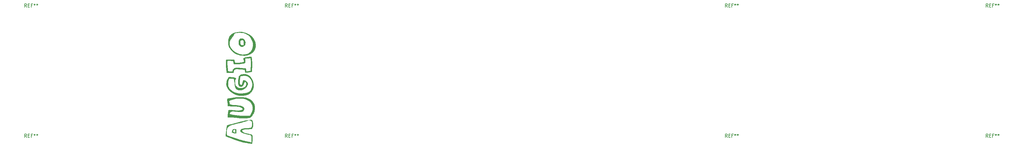
<source format=gbr>
G04 #@! TF.GenerationSoftware,KiCad,Pcbnew,(5.1.4)-1*
G04 #@! TF.CreationDate,2020-05-01T00:58:15-05:00*
G04 #@! TF.ProjectId,augioS_switchplate,61756769-6f53-45f7-9377-69746368706c,rev?*
G04 #@! TF.SameCoordinates,Original*
G04 #@! TF.FileFunction,Legend,Top*
G04 #@! TF.FilePolarity,Positive*
%FSLAX46Y46*%
G04 Gerber Fmt 4.6, Leading zero omitted, Abs format (unit mm)*
G04 Created by KiCad (PCBNEW (5.1.4)-1) date 2020-05-01 00:58:15*
%MOMM*%
%LPD*%
G04 APERTURE LIST*
%ADD10C,0.010000*%
%ADD11C,0.150000*%
G04 APERTURE END LIST*
D10*
G36*
X82826657Y-96736466D02*
G01*
X82951340Y-96373216D01*
X83134833Y-96092517D01*
X83276685Y-96014971D01*
X83494002Y-95981182D01*
X83742159Y-95993581D01*
X83958741Y-96047645D01*
X84227408Y-96208748D01*
X84460064Y-96459059D01*
X84623539Y-96760821D01*
X84647240Y-96831419D01*
X84713546Y-97090446D01*
X84729947Y-97295599D01*
X84696150Y-97509910D01*
X84643217Y-97696694D01*
X84487641Y-98017182D01*
X84257862Y-98241718D01*
X83970884Y-98362726D01*
X83823212Y-98367196D01*
X83823212Y-97948750D01*
X84224703Y-97948750D01*
X84253436Y-97742375D01*
X84279377Y-97428673D01*
X84274907Y-97116766D01*
X84243240Y-96840770D01*
X84187590Y-96634800D01*
X84141721Y-96556415D01*
X83967844Y-96451590D01*
X83737702Y-96430360D01*
X83493273Y-96495832D01*
X83470750Y-96506717D01*
X83311289Y-96653874D01*
X83216463Y-96884340D01*
X83189541Y-97170234D01*
X83233795Y-97483674D01*
X83325805Y-97742375D01*
X83384688Y-97854715D01*
X83453014Y-97916465D01*
X83567223Y-97942745D01*
X83763757Y-97948675D01*
X83823212Y-97948750D01*
X83823212Y-98367196D01*
X83643713Y-98372630D01*
X83331175Y-98281275D01*
X83114875Y-98156563D01*
X82969033Y-97985325D01*
X82908657Y-97872934D01*
X82800358Y-97525345D01*
X82774677Y-97133516D01*
X82826657Y-96736466D01*
X82826657Y-96736466D01*
G37*
X82826657Y-96736466D02*
X82951340Y-96373216D01*
X83134833Y-96092517D01*
X83276685Y-96014971D01*
X83494002Y-95981182D01*
X83742159Y-95993581D01*
X83958741Y-96047645D01*
X84227408Y-96208748D01*
X84460064Y-96459059D01*
X84623539Y-96760821D01*
X84647240Y-96831419D01*
X84713546Y-97090446D01*
X84729947Y-97295599D01*
X84696150Y-97509910D01*
X84643217Y-97696694D01*
X84487641Y-98017182D01*
X84257862Y-98241718D01*
X83970884Y-98362726D01*
X83823212Y-98367196D01*
X83823212Y-97948750D01*
X84224703Y-97948750D01*
X84253436Y-97742375D01*
X84279377Y-97428673D01*
X84274907Y-97116766D01*
X84243240Y-96840770D01*
X84187590Y-96634800D01*
X84141721Y-96556415D01*
X83967844Y-96451590D01*
X83737702Y-96430360D01*
X83493273Y-96495832D01*
X83470750Y-96506717D01*
X83311289Y-96653874D01*
X83216463Y-96884340D01*
X83189541Y-97170234D01*
X83233795Y-97483674D01*
X83325805Y-97742375D01*
X83384688Y-97854715D01*
X83453014Y-97916465D01*
X83567223Y-97942745D01*
X83763757Y-97948675D01*
X83823212Y-97948750D01*
X83823212Y-98367196D01*
X83643713Y-98372630D01*
X83331175Y-98281275D01*
X83114875Y-98156563D01*
X82969033Y-97985325D01*
X82908657Y-97872934D01*
X82800358Y-97525345D01*
X82774677Y-97133516D01*
X82826657Y-96736466D01*
G36*
X80823226Y-123299854D02*
G01*
X80873971Y-123113643D01*
X80935936Y-122918485D01*
X81014722Y-122703164D01*
X81083511Y-122579920D01*
X81165992Y-122518379D01*
X81269311Y-122491038D01*
X81457055Y-122487071D01*
X81683850Y-122520652D01*
X81756250Y-122539375D01*
X82042000Y-122623734D01*
X82060285Y-123135217D01*
X82063619Y-123418211D01*
X82047232Y-123598721D01*
X82008218Y-123700143D01*
X81987381Y-123722380D01*
X81882432Y-123746637D01*
X81739719Y-123736276D01*
X81739719Y-123526437D01*
X81800109Y-123456911D01*
X81818580Y-123287781D01*
X81819750Y-123159714D01*
X81812990Y-122938366D01*
X81784571Y-122804967D01*
X81722283Y-122720820D01*
X81668799Y-122681272D01*
X81484726Y-122625906D01*
X81305606Y-122679584D01*
X81165836Y-122827809D01*
X81129223Y-122908673D01*
X81089950Y-123119731D01*
X81151493Y-123275234D01*
X81325310Y-123397584D01*
X81395215Y-123428769D01*
X81612919Y-123511882D01*
X81739719Y-123526437D01*
X81739719Y-123736276D01*
X81700516Y-123733429D01*
X81474996Y-123691583D01*
X81239238Y-123629924D01*
X81026605Y-123557276D01*
X80870461Y-123482466D01*
X80804172Y-123414319D01*
X80803750Y-123409286D01*
X80823226Y-123299854D01*
X80823226Y-123299854D01*
G37*
X80823226Y-123299854D02*
X80873971Y-123113643D01*
X80935936Y-122918485D01*
X81014722Y-122703164D01*
X81083511Y-122579920D01*
X81165992Y-122518379D01*
X81269311Y-122491038D01*
X81457055Y-122487071D01*
X81683850Y-122520652D01*
X81756250Y-122539375D01*
X82042000Y-122623734D01*
X82060285Y-123135217D01*
X82063619Y-123418211D01*
X82047232Y-123598721D01*
X82008218Y-123700143D01*
X81987381Y-123722380D01*
X81882432Y-123746637D01*
X81739719Y-123736276D01*
X81739719Y-123526437D01*
X81800109Y-123456911D01*
X81818580Y-123287781D01*
X81819750Y-123159714D01*
X81812990Y-122938366D01*
X81784571Y-122804967D01*
X81722283Y-122720820D01*
X81668799Y-122681272D01*
X81484726Y-122625906D01*
X81305606Y-122679584D01*
X81165836Y-122827809D01*
X81129223Y-122908673D01*
X81089950Y-123119731D01*
X81151493Y-123275234D01*
X81325310Y-123397584D01*
X81395215Y-123428769D01*
X81612919Y-123511882D01*
X81739719Y-123526437D01*
X81739719Y-123736276D01*
X81700516Y-123733429D01*
X81474996Y-123691583D01*
X81239238Y-123629924D01*
X81026605Y-123557276D01*
X80870461Y-123482466D01*
X80804172Y-123414319D01*
X80803750Y-123409286D01*
X80823226Y-123299854D01*
G36*
X79080701Y-102935989D02*
G01*
X79099559Y-102615071D01*
X79117615Y-102473125D01*
X79163913Y-102203250D01*
X80297583Y-102203250D01*
X80664593Y-102206381D01*
X80986088Y-102215072D01*
X81241125Y-102228276D01*
X81408756Y-102244944D01*
X81467464Y-102261839D01*
X81499091Y-102353698D01*
X81540728Y-102525275D01*
X81566634Y-102652416D01*
X81614967Y-102874998D01*
X81675816Y-103019939D01*
X81774833Y-103103858D01*
X81937672Y-103143374D01*
X82189983Y-103155107D01*
X82343534Y-103155750D01*
X82638108Y-103145684D01*
X82977919Y-103118333D01*
X83332142Y-103077968D01*
X83669955Y-103028859D01*
X83960534Y-102975278D01*
X84173054Y-102921496D01*
X84248625Y-102891779D01*
X84340102Y-102775542D01*
X84347913Y-102565455D01*
X84272062Y-102260726D01*
X84253493Y-102206875D01*
X84198384Y-102013989D01*
X84177803Y-101860118D01*
X84183933Y-101812076D01*
X84260949Y-101741910D01*
X84421300Y-101660932D01*
X84568934Y-101606892D01*
X84757625Y-101558888D01*
X85013775Y-101508996D01*
X85310430Y-101460653D01*
X85620638Y-101417292D01*
X85917447Y-101382350D01*
X86173905Y-101359261D01*
X86363059Y-101351461D01*
X86457957Y-101362386D01*
X86462174Y-101365590D01*
X86516068Y-101490077D01*
X86564077Y-101722661D01*
X86605246Y-102044539D01*
X86638621Y-102436902D01*
X86663245Y-102880946D01*
X86678164Y-103357865D01*
X86682423Y-103848852D01*
X86675067Y-104335102D01*
X86655139Y-104797808D01*
X86644573Y-104956785D01*
X86620863Y-105252045D01*
X86597423Y-105497677D01*
X86576971Y-105667900D01*
X86562332Y-105736835D01*
X86480199Y-105764393D01*
X86297152Y-105798496D01*
X86038882Y-105835632D01*
X85731076Y-105872286D01*
X85399423Y-105904945D01*
X85232875Y-105918664D01*
X84677250Y-105961151D01*
X84677250Y-105781493D01*
X84652547Y-105607759D01*
X84591066Y-105397184D01*
X84569205Y-105340608D01*
X84461160Y-105079380D01*
X83473104Y-104997446D01*
X82893933Y-104956457D01*
X82427729Y-104941113D01*
X82062622Y-104953729D01*
X81786742Y-104996619D01*
X81588217Y-105072097D01*
X81455176Y-105182479D01*
X81375749Y-105330080D01*
X81354049Y-105410628D01*
X81306938Y-105629714D01*
X81261253Y-105832793D01*
X81256172Y-105854500D01*
X81211246Y-106045000D01*
X80343002Y-106023682D01*
X80343002Y-105681619D01*
X80613975Y-105671495D01*
X80672066Y-105664645D01*
X80858789Y-105633618D01*
X80956894Y-105586150D01*
X81003796Y-105490183D01*
X81029323Y-105358579D01*
X81136927Y-105076878D01*
X81341677Y-104834617D01*
X81613989Y-104662958D01*
X81727479Y-104623150D01*
X81933615Y-104580042D01*
X82174733Y-104559677D01*
X82472432Y-104562374D01*
X82848313Y-104588454D01*
X83323975Y-104638234D01*
X83407250Y-104648000D01*
X83747216Y-104685191D01*
X84074940Y-104715550D01*
X84351635Y-104735802D01*
X84529320Y-104742699D01*
X84857641Y-104743250D01*
X84901651Y-105154205D01*
X84942840Y-105431572D01*
X85006997Y-105597854D01*
X85113656Y-105668919D01*
X85282351Y-105660636D01*
X85464043Y-105611045D01*
X85701017Y-105549602D01*
X85929171Y-105511436D01*
X86024306Y-105505250D01*
X86248950Y-105505250D01*
X86314089Y-104632125D01*
X86341358Y-104172717D01*
X86356974Y-103700260D01*
X86361342Y-103237220D01*
X86354864Y-102806063D01*
X86337942Y-102429253D01*
X86310979Y-102129257D01*
X86274379Y-101928539D01*
X86265105Y-101900019D01*
X86203788Y-101764664D01*
X86126390Y-101717152D01*
X85982624Y-101730695D01*
X85956352Y-101735560D01*
X85778890Y-101757488D01*
X85525769Y-101774896D01*
X85248323Y-101784364D01*
X85217000Y-101784792D01*
X84709000Y-101790500D01*
X84705838Y-102362000D01*
X84703060Y-102629371D01*
X84698338Y-102855588D01*
X84692511Y-103005109D01*
X84689963Y-103036258D01*
X84619032Y-103118764D01*
X84437952Y-103198892D01*
X84163572Y-103273843D01*
X83812743Y-103340817D01*
X83402315Y-103397017D01*
X82949137Y-103439643D01*
X82470060Y-103465897D01*
X82058940Y-103473250D01*
X81404124Y-103473250D01*
X81321916Y-103171625D01*
X81270301Y-102963214D01*
X81235061Y-102785821D01*
X81228103Y-102732703D01*
X81212602Y-102667616D01*
X81166702Y-102618342D01*
X81072452Y-102580700D01*
X80911900Y-102550508D01*
X80667091Y-102523587D01*
X80320075Y-102495756D01*
X80161603Y-102484350D01*
X79824176Y-102467809D01*
X79608620Y-102474811D01*
X79511984Y-102505470D01*
X79508991Y-102509438D01*
X79468621Y-102641440D01*
X79440326Y-102864844D01*
X79425019Y-103144543D01*
X79423608Y-103445432D01*
X79437006Y-103732402D01*
X79466122Y-103970349D01*
X79470508Y-103992926D01*
X79510758Y-104255328D01*
X79541945Y-104580718D01*
X79558166Y-104905123D01*
X79558971Y-104951949D01*
X79568800Y-105249010D01*
X79592049Y-105439269D01*
X79631895Y-105542510D01*
X79657713Y-105566881D01*
X79819894Y-105624978D01*
X80063316Y-105664668D01*
X80343002Y-105681619D01*
X80343002Y-106023682D01*
X80261373Y-106021677D01*
X79928632Y-106012540D01*
X79644354Y-106002895D01*
X79431066Y-105993653D01*
X79311298Y-105985722D01*
X79293609Y-105982620D01*
X79279785Y-105917334D01*
X79254689Y-105749946D01*
X79221676Y-105504509D01*
X79184101Y-105205075D01*
X79177280Y-105148693D01*
X79134686Y-104722409D01*
X79103080Y-104258795D01*
X79083113Y-103787052D01*
X79075436Y-103336383D01*
X79080701Y-102935989D01*
X79080701Y-102935989D01*
G37*
X79080701Y-102935989D02*
X79099559Y-102615071D01*
X79117615Y-102473125D01*
X79163913Y-102203250D01*
X80297583Y-102203250D01*
X80664593Y-102206381D01*
X80986088Y-102215072D01*
X81241125Y-102228276D01*
X81408756Y-102244944D01*
X81467464Y-102261839D01*
X81499091Y-102353698D01*
X81540728Y-102525275D01*
X81566634Y-102652416D01*
X81614967Y-102874998D01*
X81675816Y-103019939D01*
X81774833Y-103103858D01*
X81937672Y-103143374D01*
X82189983Y-103155107D01*
X82343534Y-103155750D01*
X82638108Y-103145684D01*
X82977919Y-103118333D01*
X83332142Y-103077968D01*
X83669955Y-103028859D01*
X83960534Y-102975278D01*
X84173054Y-102921496D01*
X84248625Y-102891779D01*
X84340102Y-102775542D01*
X84347913Y-102565455D01*
X84272062Y-102260726D01*
X84253493Y-102206875D01*
X84198384Y-102013989D01*
X84177803Y-101860118D01*
X84183933Y-101812076D01*
X84260949Y-101741910D01*
X84421300Y-101660932D01*
X84568934Y-101606892D01*
X84757625Y-101558888D01*
X85013775Y-101508996D01*
X85310430Y-101460653D01*
X85620638Y-101417292D01*
X85917447Y-101382350D01*
X86173905Y-101359261D01*
X86363059Y-101351461D01*
X86457957Y-101362386D01*
X86462174Y-101365590D01*
X86516068Y-101490077D01*
X86564077Y-101722661D01*
X86605246Y-102044539D01*
X86638621Y-102436902D01*
X86663245Y-102880946D01*
X86678164Y-103357865D01*
X86682423Y-103848852D01*
X86675067Y-104335102D01*
X86655139Y-104797808D01*
X86644573Y-104956785D01*
X86620863Y-105252045D01*
X86597423Y-105497677D01*
X86576971Y-105667900D01*
X86562332Y-105736835D01*
X86480199Y-105764393D01*
X86297152Y-105798496D01*
X86038882Y-105835632D01*
X85731076Y-105872286D01*
X85399423Y-105904945D01*
X85232875Y-105918664D01*
X84677250Y-105961151D01*
X84677250Y-105781493D01*
X84652547Y-105607759D01*
X84591066Y-105397184D01*
X84569205Y-105340608D01*
X84461160Y-105079380D01*
X83473104Y-104997446D01*
X82893933Y-104956457D01*
X82427729Y-104941113D01*
X82062622Y-104953729D01*
X81786742Y-104996619D01*
X81588217Y-105072097D01*
X81455176Y-105182479D01*
X81375749Y-105330080D01*
X81354049Y-105410628D01*
X81306938Y-105629714D01*
X81261253Y-105832793D01*
X81256172Y-105854500D01*
X81211246Y-106045000D01*
X80343002Y-106023682D01*
X80343002Y-105681619D01*
X80613975Y-105671495D01*
X80672066Y-105664645D01*
X80858789Y-105633618D01*
X80956894Y-105586150D01*
X81003796Y-105490183D01*
X81029323Y-105358579D01*
X81136927Y-105076878D01*
X81341677Y-104834617D01*
X81613989Y-104662958D01*
X81727479Y-104623150D01*
X81933615Y-104580042D01*
X82174733Y-104559677D01*
X82472432Y-104562374D01*
X82848313Y-104588454D01*
X83323975Y-104638234D01*
X83407250Y-104648000D01*
X83747216Y-104685191D01*
X84074940Y-104715550D01*
X84351635Y-104735802D01*
X84529320Y-104742699D01*
X84857641Y-104743250D01*
X84901651Y-105154205D01*
X84942840Y-105431572D01*
X85006997Y-105597854D01*
X85113656Y-105668919D01*
X85282351Y-105660636D01*
X85464043Y-105611045D01*
X85701017Y-105549602D01*
X85929171Y-105511436D01*
X86024306Y-105505250D01*
X86248950Y-105505250D01*
X86314089Y-104632125D01*
X86341358Y-104172717D01*
X86356974Y-103700260D01*
X86361342Y-103237220D01*
X86354864Y-102806063D01*
X86337942Y-102429253D01*
X86310979Y-102129257D01*
X86274379Y-101928539D01*
X86265105Y-101900019D01*
X86203788Y-101764664D01*
X86126390Y-101717152D01*
X85982624Y-101730695D01*
X85956352Y-101735560D01*
X85778890Y-101757488D01*
X85525769Y-101774896D01*
X85248323Y-101784364D01*
X85217000Y-101784792D01*
X84709000Y-101790500D01*
X84705838Y-102362000D01*
X84703060Y-102629371D01*
X84698338Y-102855588D01*
X84692511Y-103005109D01*
X84689963Y-103036258D01*
X84619032Y-103118764D01*
X84437952Y-103198892D01*
X84163572Y-103273843D01*
X83812743Y-103340817D01*
X83402315Y-103397017D01*
X82949137Y-103439643D01*
X82470060Y-103465897D01*
X82058940Y-103473250D01*
X81404124Y-103473250D01*
X81321916Y-103171625D01*
X81270301Y-102963214D01*
X81235061Y-102785821D01*
X81228103Y-102732703D01*
X81212602Y-102667616D01*
X81166702Y-102618342D01*
X81072452Y-102580700D01*
X80911900Y-102550508D01*
X80667091Y-102523587D01*
X80320075Y-102495756D01*
X80161603Y-102484350D01*
X79824176Y-102467809D01*
X79608620Y-102474811D01*
X79511984Y-102505470D01*
X79508991Y-102509438D01*
X79468621Y-102641440D01*
X79440326Y-102864844D01*
X79425019Y-103144543D01*
X79423608Y-103445432D01*
X79437006Y-103732402D01*
X79466122Y-103970349D01*
X79470508Y-103992926D01*
X79510758Y-104255328D01*
X79541945Y-104580718D01*
X79558166Y-104905123D01*
X79558971Y-104951949D01*
X79568800Y-105249010D01*
X79592049Y-105439269D01*
X79631895Y-105542510D01*
X79657713Y-105566881D01*
X79819894Y-105624978D01*
X80063316Y-105664668D01*
X80343002Y-105681619D01*
X80343002Y-106023682D01*
X80261373Y-106021677D01*
X79928632Y-106012540D01*
X79644354Y-106002895D01*
X79431066Y-105993653D01*
X79311298Y-105985722D01*
X79293609Y-105982620D01*
X79279785Y-105917334D01*
X79254689Y-105749946D01*
X79221676Y-105504509D01*
X79184101Y-105205075D01*
X79177280Y-105148693D01*
X79134686Y-104722409D01*
X79103080Y-104258795D01*
X79083113Y-103787052D01*
X79075436Y-103336383D01*
X79080701Y-102935989D01*
G36*
X79029047Y-124075447D02*
G01*
X79054866Y-123753201D01*
X79090306Y-123391685D01*
X79133135Y-123012491D01*
X79181120Y-122637209D01*
X79232029Y-122287433D01*
X79283629Y-121984754D01*
X79318840Y-121813010D01*
X79374314Y-121586737D01*
X79425195Y-121454615D01*
X79490951Y-121386091D01*
X79591053Y-121350617D01*
X79617274Y-121344720D01*
X79728673Y-121317232D01*
X79945341Y-121260802D01*
X80250055Y-121180025D01*
X80625594Y-121079498D01*
X81054736Y-120963817D01*
X81520256Y-120837580D01*
X81661000Y-120799272D01*
X82283884Y-120632524D01*
X82891374Y-120475444D01*
X83469033Y-120331371D01*
X84002426Y-120203647D01*
X84477118Y-120095613D01*
X84878673Y-120010609D01*
X85192656Y-119951977D01*
X85404632Y-119923057D01*
X85457895Y-119920558D01*
X85492572Y-119936333D01*
X85420310Y-119979323D01*
X85257048Y-120044644D01*
X85018722Y-120127408D01*
X84721271Y-120222729D01*
X84380631Y-120325721D01*
X84012740Y-120431499D01*
X83633537Y-120535175D01*
X83258957Y-120631865D01*
X82904939Y-120716681D01*
X82746158Y-120751920D01*
X82065639Y-120903417D01*
X81497284Y-121042628D01*
X81027475Y-121174802D01*
X80642590Y-121305189D01*
X80329012Y-121439037D01*
X80073120Y-121581595D01*
X79861296Y-121738112D01*
X79679919Y-121913837D01*
X79652824Y-121944075D01*
X79453557Y-122215673D01*
X79320093Y-122515143D01*
X79245875Y-122868223D01*
X79224346Y-123300649D01*
X79233093Y-123591631D01*
X79260314Y-123954252D01*
X79298701Y-124202570D01*
X79347307Y-124330694D01*
X79352648Y-124336624D01*
X79444865Y-124387270D01*
X79643180Y-124468903D01*
X79931926Y-124576431D01*
X80295433Y-124704761D01*
X80718033Y-124848803D01*
X81184059Y-125003463D01*
X81677840Y-125163649D01*
X82183709Y-125324270D01*
X82685997Y-125480232D01*
X83169035Y-125626444D01*
X83617156Y-125757814D01*
X84014690Y-125869249D01*
X84296250Y-125943267D01*
X84839016Y-126076662D01*
X85325202Y-126189687D01*
X85742813Y-126279944D01*
X86079853Y-126345035D01*
X86324327Y-126382563D01*
X86464241Y-126390128D01*
X86491109Y-126382058D01*
X86508982Y-126303258D01*
X86522126Y-126126693D01*
X86530426Y-125881514D01*
X86533768Y-125596872D01*
X86532038Y-125301918D01*
X86525122Y-125025804D01*
X86512907Y-124797680D01*
X86497840Y-124660708D01*
X86455953Y-124469543D01*
X86388741Y-124356271D01*
X86258677Y-124272374D01*
X86163632Y-124228613D01*
X85994191Y-124168015D01*
X85733903Y-124092091D01*
X85416537Y-124010007D01*
X85075861Y-123930931D01*
X85032161Y-123921466D01*
X84513469Y-123800820D01*
X84105063Y-123683424D01*
X83790584Y-123562986D01*
X83553677Y-123433215D01*
X83377985Y-123287820D01*
X83374000Y-123283686D01*
X83263960Y-123154718D01*
X83234298Y-123054669D01*
X83270408Y-122928156D01*
X83276391Y-122913566D01*
X83369423Y-122728888D01*
X83488043Y-122585204D01*
X83648931Y-122476635D01*
X83868764Y-122397302D01*
X84164224Y-122341323D01*
X84551989Y-122302820D01*
X85048739Y-122275913D01*
X85090000Y-122274232D01*
X85552736Y-122252984D01*
X85905222Y-122227187D01*
X86164202Y-122190884D01*
X86346416Y-122138122D01*
X86468608Y-122062945D01*
X86547519Y-121959398D01*
X86599894Y-121821525D01*
X86623481Y-121728787D01*
X86675898Y-121412312D01*
X86699037Y-121068299D01*
X86692982Y-120738390D01*
X86657817Y-120464227D01*
X86620707Y-120338760D01*
X86474852Y-120107272D01*
X86260836Y-119968928D01*
X85960939Y-119912959D01*
X85917245Y-119911237D01*
X85765957Y-119905861D01*
X85712480Y-119897815D01*
X85764782Y-119883418D01*
X85930832Y-119858990D01*
X86070820Y-119840303D01*
X86314395Y-119810757D01*
X86465683Y-119804510D01*
X86557991Y-119826008D01*
X86624624Y-119879697D01*
X86657609Y-119918627D01*
X86781180Y-120142058D01*
X86876911Y-120451956D01*
X86938777Y-120809676D01*
X86960756Y-121176574D01*
X86936824Y-121514004D01*
X86920063Y-121602500D01*
X86837861Y-121905270D01*
X86741795Y-122158746D01*
X86643898Y-122334849D01*
X86579236Y-122397863D01*
X86478969Y-122421352D01*
X86274828Y-122446906D01*
X85989869Y-122472416D01*
X85647147Y-122495773D01*
X85328595Y-122512314D01*
X84895491Y-122533938D01*
X84568555Y-122556488D01*
X84326969Y-122582582D01*
X84149913Y-122614840D01*
X84016565Y-122655882D01*
X83948638Y-122685931D01*
X83791546Y-122775863D01*
X83692730Y-122855404D01*
X83679137Y-122876839D01*
X83700577Y-122992061D01*
X83798296Y-123149831D01*
X83945945Y-123317890D01*
X84117172Y-123463978D01*
X84203457Y-123518736D01*
X84386700Y-123596321D01*
X84646010Y-123677557D01*
X84931846Y-123747344D01*
X84994750Y-123759924D01*
X85481815Y-123856244D01*
X85859648Y-123939643D01*
X86144781Y-124014893D01*
X86353741Y-124086767D01*
X86503061Y-124160039D01*
X86586845Y-124219612D01*
X86772750Y-124376040D01*
X86772750Y-125256270D01*
X86767851Y-125609226D01*
X86754461Y-125945346D01*
X86734537Y-126229694D01*
X86710034Y-126427338D01*
X86706009Y-126447700D01*
X86658218Y-126633802D01*
X86606119Y-126722631D01*
X86529441Y-126742906D01*
X86499634Y-126740053D01*
X86376820Y-126724396D01*
X86164279Y-126698173D01*
X85898390Y-126665854D01*
X85756750Y-126648797D01*
X85031218Y-126539411D01*
X84259267Y-126378538D01*
X83428768Y-126162751D01*
X82527588Y-125888621D01*
X81543598Y-125552720D01*
X80481281Y-125158009D01*
X80084057Y-125004937D01*
X79726639Y-124866412D01*
X79426023Y-124749085D01*
X79199201Y-124659606D01*
X79063170Y-124604628D01*
X79031642Y-124590642D01*
X79015202Y-124515759D01*
X79015081Y-124336830D01*
X79029047Y-124075447D01*
X79029047Y-124075447D01*
G37*
X79029047Y-124075447D02*
X79054866Y-123753201D01*
X79090306Y-123391685D01*
X79133135Y-123012491D01*
X79181120Y-122637209D01*
X79232029Y-122287433D01*
X79283629Y-121984754D01*
X79318840Y-121813010D01*
X79374314Y-121586737D01*
X79425195Y-121454615D01*
X79490951Y-121386091D01*
X79591053Y-121350617D01*
X79617274Y-121344720D01*
X79728673Y-121317232D01*
X79945341Y-121260802D01*
X80250055Y-121180025D01*
X80625594Y-121079498D01*
X81054736Y-120963817D01*
X81520256Y-120837580D01*
X81661000Y-120799272D01*
X82283884Y-120632524D01*
X82891374Y-120475444D01*
X83469033Y-120331371D01*
X84002426Y-120203647D01*
X84477118Y-120095613D01*
X84878673Y-120010609D01*
X85192656Y-119951977D01*
X85404632Y-119923057D01*
X85457895Y-119920558D01*
X85492572Y-119936333D01*
X85420310Y-119979323D01*
X85257048Y-120044644D01*
X85018722Y-120127408D01*
X84721271Y-120222729D01*
X84380631Y-120325721D01*
X84012740Y-120431499D01*
X83633537Y-120535175D01*
X83258957Y-120631865D01*
X82904939Y-120716681D01*
X82746158Y-120751920D01*
X82065639Y-120903417D01*
X81497284Y-121042628D01*
X81027475Y-121174802D01*
X80642590Y-121305189D01*
X80329012Y-121439037D01*
X80073120Y-121581595D01*
X79861296Y-121738112D01*
X79679919Y-121913837D01*
X79652824Y-121944075D01*
X79453557Y-122215673D01*
X79320093Y-122515143D01*
X79245875Y-122868223D01*
X79224346Y-123300649D01*
X79233093Y-123591631D01*
X79260314Y-123954252D01*
X79298701Y-124202570D01*
X79347307Y-124330694D01*
X79352648Y-124336624D01*
X79444865Y-124387270D01*
X79643180Y-124468903D01*
X79931926Y-124576431D01*
X80295433Y-124704761D01*
X80718033Y-124848803D01*
X81184059Y-125003463D01*
X81677840Y-125163649D01*
X82183709Y-125324270D01*
X82685997Y-125480232D01*
X83169035Y-125626444D01*
X83617156Y-125757814D01*
X84014690Y-125869249D01*
X84296250Y-125943267D01*
X84839016Y-126076662D01*
X85325202Y-126189687D01*
X85742813Y-126279944D01*
X86079853Y-126345035D01*
X86324327Y-126382563D01*
X86464241Y-126390128D01*
X86491109Y-126382058D01*
X86508982Y-126303258D01*
X86522126Y-126126693D01*
X86530426Y-125881514D01*
X86533768Y-125596872D01*
X86532038Y-125301918D01*
X86525122Y-125025804D01*
X86512907Y-124797680D01*
X86497840Y-124660708D01*
X86455953Y-124469543D01*
X86388741Y-124356271D01*
X86258677Y-124272374D01*
X86163632Y-124228613D01*
X85994191Y-124168015D01*
X85733903Y-124092091D01*
X85416537Y-124010007D01*
X85075861Y-123930931D01*
X85032161Y-123921466D01*
X84513469Y-123800820D01*
X84105063Y-123683424D01*
X83790584Y-123562986D01*
X83553677Y-123433215D01*
X83377985Y-123287820D01*
X83374000Y-123283686D01*
X83263960Y-123154718D01*
X83234298Y-123054669D01*
X83270408Y-122928156D01*
X83276391Y-122913566D01*
X83369423Y-122728888D01*
X83488043Y-122585204D01*
X83648931Y-122476635D01*
X83868764Y-122397302D01*
X84164224Y-122341323D01*
X84551989Y-122302820D01*
X85048739Y-122275913D01*
X85090000Y-122274232D01*
X85552736Y-122252984D01*
X85905222Y-122227187D01*
X86164202Y-122190884D01*
X86346416Y-122138122D01*
X86468608Y-122062945D01*
X86547519Y-121959398D01*
X86599894Y-121821525D01*
X86623481Y-121728787D01*
X86675898Y-121412312D01*
X86699037Y-121068299D01*
X86692982Y-120738390D01*
X86657817Y-120464227D01*
X86620707Y-120338760D01*
X86474852Y-120107272D01*
X86260836Y-119968928D01*
X85960939Y-119912959D01*
X85917245Y-119911237D01*
X85765957Y-119905861D01*
X85712480Y-119897815D01*
X85764782Y-119883418D01*
X85930832Y-119858990D01*
X86070820Y-119840303D01*
X86314395Y-119810757D01*
X86465683Y-119804510D01*
X86557991Y-119826008D01*
X86624624Y-119879697D01*
X86657609Y-119918627D01*
X86781180Y-120142058D01*
X86876911Y-120451956D01*
X86938777Y-120809676D01*
X86960756Y-121176574D01*
X86936824Y-121514004D01*
X86920063Y-121602500D01*
X86837861Y-121905270D01*
X86741795Y-122158746D01*
X86643898Y-122334849D01*
X86579236Y-122397863D01*
X86478969Y-122421352D01*
X86274828Y-122446906D01*
X85989869Y-122472416D01*
X85647147Y-122495773D01*
X85328595Y-122512314D01*
X84895491Y-122533938D01*
X84568555Y-122556488D01*
X84326969Y-122582582D01*
X84149913Y-122614840D01*
X84016565Y-122655882D01*
X83948638Y-122685931D01*
X83791546Y-122775863D01*
X83692730Y-122855404D01*
X83679137Y-122876839D01*
X83700577Y-122992061D01*
X83798296Y-123149831D01*
X83945945Y-123317890D01*
X84117172Y-123463978D01*
X84203457Y-123518736D01*
X84386700Y-123596321D01*
X84646010Y-123677557D01*
X84931846Y-123747344D01*
X84994750Y-123759924D01*
X85481815Y-123856244D01*
X85859648Y-123939643D01*
X86144781Y-124014893D01*
X86353741Y-124086767D01*
X86503061Y-124160039D01*
X86586845Y-124219612D01*
X86772750Y-124376040D01*
X86772750Y-125256270D01*
X86767851Y-125609226D01*
X86754461Y-125945346D01*
X86734537Y-126229694D01*
X86710034Y-126427338D01*
X86706009Y-126447700D01*
X86658218Y-126633802D01*
X86606119Y-126722631D01*
X86529441Y-126742906D01*
X86499634Y-126740053D01*
X86376820Y-126724396D01*
X86164279Y-126698173D01*
X85898390Y-126665854D01*
X85756750Y-126648797D01*
X85031218Y-126539411D01*
X84259267Y-126378538D01*
X83428768Y-126162751D01*
X82527588Y-125888621D01*
X81543598Y-125552720D01*
X80481281Y-125158009D01*
X80084057Y-125004937D01*
X79726639Y-124866412D01*
X79426023Y-124749085D01*
X79199201Y-124659606D01*
X79063170Y-124604628D01*
X79031642Y-124590642D01*
X79015202Y-124515759D01*
X79015081Y-124336830D01*
X79029047Y-124075447D01*
G36*
X79214370Y-108823424D02*
G01*
X79365251Y-108254380D01*
X79508826Y-107929695D01*
X79638359Y-107673475D01*
X79739144Y-107495226D01*
X79836920Y-107382626D01*
X79957426Y-107323354D01*
X80126400Y-107305088D01*
X80369580Y-107315507D01*
X80712705Y-107342291D01*
X80732681Y-107343818D01*
X81203066Y-107391090D01*
X81560260Y-107452202D01*
X81800696Y-107526138D01*
X81920810Y-107611885D01*
X81929395Y-107684418D01*
X81808662Y-108036013D01*
X81735780Y-108321509D01*
X81702246Y-108588621D01*
X81699559Y-108885062D01*
X81702264Y-108958990D01*
X81720676Y-109243622D01*
X81754907Y-109447156D01*
X81816693Y-109615431D01*
X81915000Y-109789843D01*
X82170955Y-110089602D01*
X82503627Y-110315035D01*
X82889250Y-110464736D01*
X83304058Y-110537301D01*
X83724284Y-110531324D01*
X84126162Y-110445402D01*
X84485925Y-110278127D01*
X84779808Y-110028097D01*
X84832887Y-109962343D01*
X84941648Y-109728453D01*
X84987225Y-109431033D01*
X84967937Y-109117669D01*
X84882103Y-108835945D01*
X84873304Y-108818137D01*
X84785531Y-108661809D01*
X84716663Y-108566692D01*
X84696834Y-108553250D01*
X84582950Y-108614279D01*
X84458521Y-108789890D01*
X84330461Y-109068874D01*
X84262639Y-109257337D01*
X84124805Y-109611780D01*
X83976815Y-109854208D01*
X83801928Y-109999433D01*
X83583401Y-110062270D01*
X83353042Y-110062152D01*
X83132524Y-110030607D01*
X82980924Y-109963040D01*
X82872963Y-109834520D01*
X82783361Y-109620117D01*
X82730239Y-109447950D01*
X82670620Y-109124299D01*
X82647447Y-108721133D01*
X82658616Y-108279944D01*
X82702022Y-107842226D01*
X82775559Y-107449472D01*
X82842988Y-107225785D01*
X82963383Y-106951749D01*
X83103507Y-106761186D01*
X83294405Y-106627947D01*
X83567122Y-106525884D01*
X83724639Y-106483203D01*
X84261719Y-106408867D01*
X84785304Y-106454086D01*
X85283942Y-106611431D01*
X85746180Y-106873476D01*
X86160565Y-107232790D01*
X86515644Y-107681946D01*
X86799965Y-108213516D01*
X86929625Y-108561968D01*
X87039334Y-108997914D01*
X87106051Y-109458110D01*
X87125373Y-109896539D01*
X87092898Y-110267183D01*
X87092792Y-110267750D01*
X86921890Y-110874559D01*
X86653141Y-111403128D01*
X86291589Y-111849664D01*
X85842279Y-112210375D01*
X85310254Y-112481468D01*
X84700560Y-112659151D01*
X84018241Y-112739629D01*
X83799110Y-112744250D01*
X83724875Y-112738955D01*
X83724875Y-112120827D01*
X84439862Y-112056786D01*
X85103123Y-111909375D01*
X85692719Y-111682451D01*
X85869897Y-111589349D01*
X86082280Y-111450970D01*
X86233130Y-111296485D01*
X86366894Y-111077926D01*
X86395701Y-111021924D01*
X86635082Y-110412606D01*
X86753440Y-109779958D01*
X86748591Y-109139013D01*
X86708764Y-108868188D01*
X86550780Y-108336668D01*
X86295516Y-107861947D01*
X85955682Y-107461099D01*
X85543987Y-107151191D01*
X85358878Y-107055069D01*
X85148397Y-106966222D01*
X84962733Y-106911920D01*
X84756910Y-106883998D01*
X84485951Y-106874291D01*
X84359750Y-106873680D01*
X84061393Y-106881751D01*
X83780444Y-106903527D01*
X83562354Y-106934980D01*
X83501682Y-106949730D01*
X83246864Y-107026037D01*
X83136485Y-107742019D01*
X83073000Y-108220178D01*
X83037565Y-108639697D01*
X83030480Y-108984528D01*
X83052047Y-109238622D01*
X83102565Y-109385929D01*
X83105625Y-109389915D01*
X83213058Y-109486840D01*
X83372183Y-109594552D01*
X83396089Y-109608426D01*
X83536890Y-109681973D01*
X83614485Y-109690875D01*
X83674321Y-109636248D01*
X83689751Y-109615630D01*
X83738590Y-109503673D01*
X83796930Y-109303072D01*
X83854547Y-109050642D01*
X83872604Y-108957120D01*
X83948312Y-108605380D01*
X84034704Y-108370655D01*
X84148476Y-108243104D01*
X84306322Y-108212883D01*
X84524939Y-108270152D01*
X84814551Y-108401830D01*
X85125326Y-108615030D01*
X85329924Y-108884070D01*
X85422043Y-109195337D01*
X85395383Y-109535218D01*
X85373763Y-109610002D01*
X85174014Y-110029100D01*
X84877798Y-110393774D01*
X84506313Y-110694344D01*
X84080754Y-110921130D01*
X83622319Y-111064450D01*
X83152204Y-111114624D01*
X82691606Y-111061973D01*
X82403667Y-110966430D01*
X82216780Y-110865851D01*
X82062006Y-110731940D01*
X81933985Y-110550600D01*
X81827361Y-110307729D01*
X81736773Y-109989229D01*
X81656865Y-109580999D01*
X81582278Y-109068939D01*
X81534864Y-108680250D01*
X81486780Y-108293861D01*
X81439213Y-108017403D01*
X81382123Y-107834246D01*
X81305473Y-107727762D01*
X81199226Y-107681320D01*
X81053344Y-107678291D01*
X80937762Y-107691030D01*
X80698398Y-107713403D01*
X80424665Y-107726412D01*
X80325389Y-107727750D01*
X79991755Y-107727750D01*
X79813702Y-108156375D01*
X79729579Y-108375188D01*
X79676372Y-108569205D01*
X79647050Y-108780877D01*
X79634586Y-109052656D01*
X79632325Y-109251750D01*
X79633868Y-109563711D01*
X79646495Y-109786557D01*
X79676675Y-109958094D01*
X79730881Y-110116122D01*
X79809315Y-110285711D01*
X80095800Y-110730271D01*
X80488573Y-111127977D01*
X80972872Y-111470393D01*
X81533935Y-111749083D01*
X82157001Y-111955613D01*
X82827309Y-112081546D01*
X82980102Y-112097639D01*
X83724875Y-112120827D01*
X83724875Y-112738955D01*
X82992318Y-112686700D01*
X82220227Y-112517796D01*
X81495429Y-112243158D01*
X80830515Y-111868407D01*
X80238077Y-111399164D01*
X79838803Y-110976499D01*
X79500725Y-110477227D01*
X79283219Y-109945113D01*
X79187397Y-109390423D01*
X79214370Y-108823424D01*
X79214370Y-108823424D01*
G37*
X79214370Y-108823424D02*
X79365251Y-108254380D01*
X79508826Y-107929695D01*
X79638359Y-107673475D01*
X79739144Y-107495226D01*
X79836920Y-107382626D01*
X79957426Y-107323354D01*
X80126400Y-107305088D01*
X80369580Y-107315507D01*
X80712705Y-107342291D01*
X80732681Y-107343818D01*
X81203066Y-107391090D01*
X81560260Y-107452202D01*
X81800696Y-107526138D01*
X81920810Y-107611885D01*
X81929395Y-107684418D01*
X81808662Y-108036013D01*
X81735780Y-108321509D01*
X81702246Y-108588621D01*
X81699559Y-108885062D01*
X81702264Y-108958990D01*
X81720676Y-109243622D01*
X81754907Y-109447156D01*
X81816693Y-109615431D01*
X81915000Y-109789843D01*
X82170955Y-110089602D01*
X82503627Y-110315035D01*
X82889250Y-110464736D01*
X83304058Y-110537301D01*
X83724284Y-110531324D01*
X84126162Y-110445402D01*
X84485925Y-110278127D01*
X84779808Y-110028097D01*
X84832887Y-109962343D01*
X84941648Y-109728453D01*
X84987225Y-109431033D01*
X84967937Y-109117669D01*
X84882103Y-108835945D01*
X84873304Y-108818137D01*
X84785531Y-108661809D01*
X84716663Y-108566692D01*
X84696834Y-108553250D01*
X84582950Y-108614279D01*
X84458521Y-108789890D01*
X84330461Y-109068874D01*
X84262639Y-109257337D01*
X84124805Y-109611780D01*
X83976815Y-109854208D01*
X83801928Y-109999433D01*
X83583401Y-110062270D01*
X83353042Y-110062152D01*
X83132524Y-110030607D01*
X82980924Y-109963040D01*
X82872963Y-109834520D01*
X82783361Y-109620117D01*
X82730239Y-109447950D01*
X82670620Y-109124299D01*
X82647447Y-108721133D01*
X82658616Y-108279944D01*
X82702022Y-107842226D01*
X82775559Y-107449472D01*
X82842988Y-107225785D01*
X82963383Y-106951749D01*
X83103507Y-106761186D01*
X83294405Y-106627947D01*
X83567122Y-106525884D01*
X83724639Y-106483203D01*
X84261719Y-106408867D01*
X84785304Y-106454086D01*
X85283942Y-106611431D01*
X85746180Y-106873476D01*
X86160565Y-107232790D01*
X86515644Y-107681946D01*
X86799965Y-108213516D01*
X86929625Y-108561968D01*
X87039334Y-108997914D01*
X87106051Y-109458110D01*
X87125373Y-109896539D01*
X87092898Y-110267183D01*
X87092792Y-110267750D01*
X86921890Y-110874559D01*
X86653141Y-111403128D01*
X86291589Y-111849664D01*
X85842279Y-112210375D01*
X85310254Y-112481468D01*
X84700560Y-112659151D01*
X84018241Y-112739629D01*
X83799110Y-112744250D01*
X83724875Y-112738955D01*
X83724875Y-112120827D01*
X84439862Y-112056786D01*
X85103123Y-111909375D01*
X85692719Y-111682451D01*
X85869897Y-111589349D01*
X86082280Y-111450970D01*
X86233130Y-111296485D01*
X86366894Y-111077926D01*
X86395701Y-111021924D01*
X86635082Y-110412606D01*
X86753440Y-109779958D01*
X86748591Y-109139013D01*
X86708764Y-108868188D01*
X86550780Y-108336668D01*
X86295516Y-107861947D01*
X85955682Y-107461099D01*
X85543987Y-107151191D01*
X85358878Y-107055069D01*
X85148397Y-106966222D01*
X84962733Y-106911920D01*
X84756910Y-106883998D01*
X84485951Y-106874291D01*
X84359750Y-106873680D01*
X84061393Y-106881751D01*
X83780444Y-106903527D01*
X83562354Y-106934980D01*
X83501682Y-106949730D01*
X83246864Y-107026037D01*
X83136485Y-107742019D01*
X83073000Y-108220178D01*
X83037565Y-108639697D01*
X83030480Y-108984528D01*
X83052047Y-109238622D01*
X83102565Y-109385929D01*
X83105625Y-109389915D01*
X83213058Y-109486840D01*
X83372183Y-109594552D01*
X83396089Y-109608426D01*
X83536890Y-109681973D01*
X83614485Y-109690875D01*
X83674321Y-109636248D01*
X83689751Y-109615630D01*
X83738590Y-109503673D01*
X83796930Y-109303072D01*
X83854547Y-109050642D01*
X83872604Y-108957120D01*
X83948312Y-108605380D01*
X84034704Y-108370655D01*
X84148476Y-108243104D01*
X84306322Y-108212883D01*
X84524939Y-108270152D01*
X84814551Y-108401830D01*
X85125326Y-108615030D01*
X85329924Y-108884070D01*
X85422043Y-109195337D01*
X85395383Y-109535218D01*
X85373763Y-109610002D01*
X85174014Y-110029100D01*
X84877798Y-110393774D01*
X84506313Y-110694344D01*
X84080754Y-110921130D01*
X83622319Y-111064450D01*
X83152204Y-111114624D01*
X82691606Y-111061973D01*
X82403667Y-110966430D01*
X82216780Y-110865851D01*
X82062006Y-110731940D01*
X81933985Y-110550600D01*
X81827361Y-110307729D01*
X81736773Y-109989229D01*
X81656865Y-109580999D01*
X81582278Y-109068939D01*
X81534864Y-108680250D01*
X81486780Y-108293861D01*
X81439213Y-108017403D01*
X81382123Y-107834246D01*
X81305473Y-107727762D01*
X81199226Y-107681320D01*
X81053344Y-107678291D01*
X80937762Y-107691030D01*
X80698398Y-107713403D01*
X80424665Y-107726412D01*
X80325389Y-107727750D01*
X79991755Y-107727750D01*
X79813702Y-108156375D01*
X79729579Y-108375188D01*
X79676372Y-108569205D01*
X79647050Y-108780877D01*
X79634586Y-109052656D01*
X79632325Y-109251750D01*
X79633868Y-109563711D01*
X79646495Y-109786557D01*
X79676675Y-109958094D01*
X79730881Y-110116122D01*
X79809315Y-110285711D01*
X80095800Y-110730271D01*
X80488573Y-111127977D01*
X80972872Y-111470393D01*
X81533935Y-111749083D01*
X82157001Y-111955613D01*
X82827309Y-112081546D01*
X82980102Y-112097639D01*
X83724875Y-112120827D01*
X83724875Y-112738955D01*
X82992318Y-112686700D01*
X82220227Y-112517796D01*
X81495429Y-112243158D01*
X80830515Y-111868407D01*
X80238077Y-111399164D01*
X79838803Y-110976499D01*
X79500725Y-110477227D01*
X79283219Y-109945113D01*
X79187397Y-109390423D01*
X79214370Y-108823424D01*
G36*
X79444228Y-113846942D02*
G01*
X79479062Y-113677572D01*
X79542697Y-113592962D01*
X79672486Y-113551161D01*
X79714487Y-113543392D01*
X80924393Y-113356503D01*
X82029992Y-113241815D01*
X83031455Y-113199323D01*
X83928951Y-113229023D01*
X84722652Y-113330911D01*
X85090200Y-113411347D01*
X85676612Y-113610457D01*
X86198245Y-113888194D01*
X86639691Y-114233211D01*
X86985545Y-114634163D01*
X87159219Y-114935000D01*
X87336724Y-115431718D01*
X87438436Y-115982613D01*
X87456689Y-116534683D01*
X87430112Y-116808250D01*
X87366424Y-117207699D01*
X87303435Y-117514356D01*
X87227358Y-117761600D01*
X87124408Y-117982810D01*
X86980797Y-118211367D01*
X86782741Y-118480648D01*
X86689298Y-118601937D01*
X86519947Y-118814879D01*
X86375192Y-118970808D01*
X86229582Y-119081279D01*
X86123597Y-119128482D01*
X86123597Y-118649750D01*
X86376784Y-118157625D01*
X86613265Y-117648338D01*
X86784447Y-117172836D01*
X86859845Y-116871750D01*
X86880650Y-116649783D01*
X86879055Y-116357108D01*
X86858490Y-116036594D01*
X86822387Y-115731109D01*
X86774176Y-115483520D01*
X86740402Y-115379500D01*
X86481506Y-114925110D01*
X86120374Y-114516450D01*
X85821692Y-114274408D01*
X85284283Y-113954382D01*
X84705876Y-113724507D01*
X84069797Y-113580617D01*
X83359375Y-113518544D01*
X82809169Y-113521534D01*
X82110676Y-113574258D01*
X81494023Y-113681766D01*
X80922791Y-113852543D01*
X80372509Y-114089190D01*
X80126984Y-114211396D01*
X79978847Y-114294027D01*
X79911173Y-114352838D01*
X79907037Y-114403586D01*
X79949513Y-114462026D01*
X79959759Y-114473426D01*
X80039558Y-114622971D01*
X80061961Y-114848928D01*
X80060398Y-114903386D01*
X80059615Y-115091439D01*
X80090097Y-115194758D01*
X80169531Y-115254882D01*
X80219148Y-115276211D01*
X80437629Y-115348688D01*
X80707046Y-115408831D01*
X81047535Y-115459787D01*
X81479235Y-115504705D01*
X81890645Y-115537459D01*
X82422482Y-115580304D01*
X82847405Y-115625821D01*
X83185495Y-115677764D01*
X83456833Y-115739887D01*
X83681501Y-115815943D01*
X83878207Y-115908941D01*
X84149866Y-116110784D01*
X84321231Y-116355524D01*
X84387888Y-116622211D01*
X84345423Y-116889896D01*
X84189423Y-117137631D01*
X84146231Y-117181047D01*
X83991870Y-117291182D01*
X83790239Y-117367233D01*
X83525847Y-117410658D01*
X83183199Y-117422918D01*
X82746803Y-117405472D01*
X82224704Y-117362076D01*
X81705624Y-117318067D01*
X81293255Y-117299076D01*
X80969574Y-117306252D01*
X80716554Y-117340744D01*
X80516170Y-117403701D01*
X80374422Y-117480023D01*
X80243528Y-117605769D01*
X80142958Y-117771573D01*
X80092094Y-117934689D01*
X80110314Y-118052372D01*
X80113235Y-118056115D01*
X80200346Y-118105984D01*
X80376612Y-118172352D01*
X80607573Y-118242599D01*
X80663454Y-118257623D01*
X81263617Y-118393726D01*
X81916377Y-118499209D01*
X82638017Y-118575622D01*
X83444815Y-118624516D01*
X84353053Y-118647439D01*
X84781298Y-118649697D01*
X86123597Y-118649750D01*
X86123597Y-119128482D01*
X86057663Y-119157848D01*
X85833983Y-119212070D01*
X85533090Y-119255501D01*
X85159246Y-119296587D01*
X84905555Y-119318559D01*
X84640633Y-119330980D01*
X84349334Y-119333122D01*
X84016512Y-119324258D01*
X83627019Y-119303660D01*
X83165708Y-119270598D01*
X82617434Y-119224345D01*
X81967049Y-119164172D01*
X81534000Y-119122307D01*
X81144303Y-119088425D01*
X80757756Y-119062266D01*
X80410335Y-119045764D01*
X80138016Y-119040855D01*
X80054696Y-119042716D01*
X79815344Y-119050350D01*
X79673446Y-119042767D01*
X79599686Y-119012396D01*
X79564747Y-118951666D01*
X79554136Y-118913442D01*
X79549245Y-118779921D01*
X79571087Y-118567000D01*
X79614992Y-118318336D01*
X79620564Y-118292512D01*
X79674375Y-117988277D01*
X79711858Y-117662979D01*
X79724249Y-117414750D01*
X79724250Y-117008859D01*
X80133568Y-116965025D01*
X80386203Y-116954275D01*
X80741007Y-116962871D01*
X81174790Y-116989813D01*
X81612019Y-117028767D01*
X82043928Y-117069604D01*
X82375859Y-117093797D01*
X82633663Y-117101936D01*
X82843186Y-117094613D01*
X83030278Y-117072418D01*
X83088373Y-117062500D01*
X83345440Y-117001021D01*
X83613807Y-116913270D01*
X83851233Y-116815166D01*
X84015476Y-116722626D01*
X84037208Y-116704945D01*
X84021305Y-116644033D01*
X83927778Y-116535497D01*
X83783230Y-116404277D01*
X83614266Y-116275314D01*
X83502500Y-116203667D01*
X83286168Y-116091788D01*
X83051695Y-116002823D01*
X82780655Y-115933750D01*
X82454626Y-115881550D01*
X82055183Y-115843202D01*
X81563904Y-115815685D01*
X81026000Y-115797630D01*
X79629000Y-115760500D01*
X79587546Y-115316000D01*
X79553976Y-115015099D01*
X79510011Y-114696460D01*
X79476036Y-114490500D01*
X79443416Y-114231895D01*
X79434938Y-113977302D01*
X79444228Y-113846942D01*
X79444228Y-113846942D01*
G37*
X79444228Y-113846942D02*
X79479062Y-113677572D01*
X79542697Y-113592962D01*
X79672486Y-113551161D01*
X79714487Y-113543392D01*
X80924393Y-113356503D01*
X82029992Y-113241815D01*
X83031455Y-113199323D01*
X83928951Y-113229023D01*
X84722652Y-113330911D01*
X85090200Y-113411347D01*
X85676612Y-113610457D01*
X86198245Y-113888194D01*
X86639691Y-114233211D01*
X86985545Y-114634163D01*
X87159219Y-114935000D01*
X87336724Y-115431718D01*
X87438436Y-115982613D01*
X87456689Y-116534683D01*
X87430112Y-116808250D01*
X87366424Y-117207699D01*
X87303435Y-117514356D01*
X87227358Y-117761600D01*
X87124408Y-117982810D01*
X86980797Y-118211367D01*
X86782741Y-118480648D01*
X86689298Y-118601937D01*
X86519947Y-118814879D01*
X86375192Y-118970808D01*
X86229582Y-119081279D01*
X86123597Y-119128482D01*
X86123597Y-118649750D01*
X86376784Y-118157625D01*
X86613265Y-117648338D01*
X86784447Y-117172836D01*
X86859845Y-116871750D01*
X86880650Y-116649783D01*
X86879055Y-116357108D01*
X86858490Y-116036594D01*
X86822387Y-115731109D01*
X86774176Y-115483520D01*
X86740402Y-115379500D01*
X86481506Y-114925110D01*
X86120374Y-114516450D01*
X85821692Y-114274408D01*
X85284283Y-113954382D01*
X84705876Y-113724507D01*
X84069797Y-113580617D01*
X83359375Y-113518544D01*
X82809169Y-113521534D01*
X82110676Y-113574258D01*
X81494023Y-113681766D01*
X80922791Y-113852543D01*
X80372509Y-114089190D01*
X80126984Y-114211396D01*
X79978847Y-114294027D01*
X79911173Y-114352838D01*
X79907037Y-114403586D01*
X79949513Y-114462026D01*
X79959759Y-114473426D01*
X80039558Y-114622971D01*
X80061961Y-114848928D01*
X80060398Y-114903386D01*
X80059615Y-115091439D01*
X80090097Y-115194758D01*
X80169531Y-115254882D01*
X80219148Y-115276211D01*
X80437629Y-115348688D01*
X80707046Y-115408831D01*
X81047535Y-115459787D01*
X81479235Y-115504705D01*
X81890645Y-115537459D01*
X82422482Y-115580304D01*
X82847405Y-115625821D01*
X83185495Y-115677764D01*
X83456833Y-115739887D01*
X83681501Y-115815943D01*
X83878207Y-115908941D01*
X84149866Y-116110784D01*
X84321231Y-116355524D01*
X84387888Y-116622211D01*
X84345423Y-116889896D01*
X84189423Y-117137631D01*
X84146231Y-117181047D01*
X83991870Y-117291182D01*
X83790239Y-117367233D01*
X83525847Y-117410658D01*
X83183199Y-117422918D01*
X82746803Y-117405472D01*
X82224704Y-117362076D01*
X81705624Y-117318067D01*
X81293255Y-117299076D01*
X80969574Y-117306252D01*
X80716554Y-117340744D01*
X80516170Y-117403701D01*
X80374422Y-117480023D01*
X80243528Y-117605769D01*
X80142958Y-117771573D01*
X80092094Y-117934689D01*
X80110314Y-118052372D01*
X80113235Y-118056115D01*
X80200346Y-118105984D01*
X80376612Y-118172352D01*
X80607573Y-118242599D01*
X80663454Y-118257623D01*
X81263617Y-118393726D01*
X81916377Y-118499209D01*
X82638017Y-118575622D01*
X83444815Y-118624516D01*
X84353053Y-118647439D01*
X84781298Y-118649697D01*
X86123597Y-118649750D01*
X86123597Y-119128482D01*
X86057663Y-119157848D01*
X85833983Y-119212070D01*
X85533090Y-119255501D01*
X85159246Y-119296587D01*
X84905555Y-119318559D01*
X84640633Y-119330980D01*
X84349334Y-119333122D01*
X84016512Y-119324258D01*
X83627019Y-119303660D01*
X83165708Y-119270598D01*
X82617434Y-119224345D01*
X81967049Y-119164172D01*
X81534000Y-119122307D01*
X81144303Y-119088425D01*
X80757756Y-119062266D01*
X80410335Y-119045764D01*
X80138016Y-119040855D01*
X80054696Y-119042716D01*
X79815344Y-119050350D01*
X79673446Y-119042767D01*
X79599686Y-119012396D01*
X79564747Y-118951666D01*
X79554136Y-118913442D01*
X79549245Y-118779921D01*
X79571087Y-118567000D01*
X79614992Y-118318336D01*
X79620564Y-118292512D01*
X79674375Y-117988277D01*
X79711858Y-117662979D01*
X79724249Y-117414750D01*
X79724250Y-117008859D01*
X80133568Y-116965025D01*
X80386203Y-116954275D01*
X80741007Y-116962871D01*
X81174790Y-116989813D01*
X81612019Y-117028767D01*
X82043928Y-117069604D01*
X82375859Y-117093797D01*
X82633663Y-117101936D01*
X82843186Y-117094613D01*
X83030278Y-117072418D01*
X83088373Y-117062500D01*
X83345440Y-117001021D01*
X83613807Y-116913270D01*
X83851233Y-116815166D01*
X84015476Y-116722626D01*
X84037208Y-116704945D01*
X84021305Y-116644033D01*
X83927778Y-116535497D01*
X83783230Y-116404277D01*
X83614266Y-116275314D01*
X83502500Y-116203667D01*
X83286168Y-116091788D01*
X83051695Y-116002823D01*
X82780655Y-115933750D01*
X82454626Y-115881550D01*
X82055183Y-115843202D01*
X81563904Y-115815685D01*
X81026000Y-115797630D01*
X79629000Y-115760500D01*
X79587546Y-115316000D01*
X79553976Y-115015099D01*
X79510011Y-114696460D01*
X79476036Y-114490500D01*
X79443416Y-114231895D01*
X79434938Y-113977302D01*
X79444228Y-113846942D01*
G36*
X79784416Y-96430867D02*
G01*
X79925975Y-95888313D01*
X80125147Y-95454997D01*
X80440657Y-95037445D01*
X80844082Y-94695279D01*
X81321155Y-94428466D01*
X81857607Y-94236973D01*
X82439173Y-94120768D01*
X83051584Y-94079818D01*
X83680574Y-94114091D01*
X84311875Y-94223554D01*
X84931219Y-94408176D01*
X85524340Y-94667923D01*
X86076971Y-95002763D01*
X86574843Y-95412663D01*
X86633140Y-95469801D01*
X87057055Y-95976348D01*
X87380544Y-96539632D01*
X87598263Y-97142159D01*
X87704868Y-97766438D01*
X87695017Y-98394975D01*
X87634988Y-98749565D01*
X87446353Y-99303100D01*
X87152437Y-99791904D01*
X86761320Y-100208504D01*
X86281081Y-100545425D01*
X85719800Y-100795195D01*
X85298358Y-100910933D01*
X84883169Y-100967660D01*
X84393265Y-100984303D01*
X83873764Y-100962837D01*
X83796574Y-100954015D01*
X83796574Y-100725063D01*
X84461892Y-100714519D01*
X85065074Y-100598560D01*
X85599218Y-100385599D01*
X86057417Y-100084047D01*
X86432769Y-99702318D01*
X86718367Y-99248823D01*
X86907307Y-98731974D01*
X86992685Y-98160185D01*
X86967596Y-97541868D01*
X86857081Y-96996250D01*
X86655868Y-96458278D01*
X86360734Y-95936968D01*
X85992307Y-95458101D01*
X85571214Y-95047457D01*
X85118086Y-94730817D01*
X84990646Y-94663670D01*
X84551757Y-94476344D01*
X84119234Y-94354319D01*
X83655028Y-94290574D01*
X83121092Y-94278093D01*
X82931000Y-94283711D01*
X82428647Y-94315727D01*
X82040528Y-94369321D01*
X81755192Y-94447827D01*
X81561190Y-94554578D01*
X81447072Y-94692908D01*
X81435000Y-94719304D01*
X81370259Y-94842890D01*
X81248847Y-95046154D01*
X81086207Y-95304236D01*
X80897782Y-95592276D01*
X80827639Y-95696993D01*
X80574499Y-96077670D01*
X80386445Y-96377513D01*
X80254021Y-96618509D01*
X80167771Y-96822646D01*
X80118239Y-97011914D01*
X80095970Y-97208299D01*
X80091422Y-97409000D01*
X80136027Y-97904067D01*
X80273865Y-98362394D01*
X80513514Y-98801158D01*
X80863550Y-99237531D01*
X81145563Y-99519840D01*
X81743614Y-100003351D01*
X82373388Y-100364188D01*
X83036369Y-100603028D01*
X83734042Y-100720544D01*
X83796574Y-100725063D01*
X83796574Y-100954015D01*
X83369782Y-100905236D01*
X82926439Y-100813475D01*
X82899250Y-100805939D01*
X82198370Y-100556211D01*
X81558893Y-100224931D01*
X80994732Y-99822549D01*
X80519802Y-99359517D01*
X80148017Y-98846286D01*
X80049044Y-98665125D01*
X79856766Y-98159876D01*
X79749066Y-97598109D01*
X79725198Y-97011286D01*
X79784416Y-96430867D01*
X79784416Y-96430867D01*
G37*
X79784416Y-96430867D02*
X79925975Y-95888313D01*
X80125147Y-95454997D01*
X80440657Y-95037445D01*
X80844082Y-94695279D01*
X81321155Y-94428466D01*
X81857607Y-94236973D01*
X82439173Y-94120768D01*
X83051584Y-94079818D01*
X83680574Y-94114091D01*
X84311875Y-94223554D01*
X84931219Y-94408176D01*
X85524340Y-94667923D01*
X86076971Y-95002763D01*
X86574843Y-95412663D01*
X86633140Y-95469801D01*
X87057055Y-95976348D01*
X87380544Y-96539632D01*
X87598263Y-97142159D01*
X87704868Y-97766438D01*
X87695017Y-98394975D01*
X87634988Y-98749565D01*
X87446353Y-99303100D01*
X87152437Y-99791904D01*
X86761320Y-100208504D01*
X86281081Y-100545425D01*
X85719800Y-100795195D01*
X85298358Y-100910933D01*
X84883169Y-100967660D01*
X84393265Y-100984303D01*
X83873764Y-100962837D01*
X83796574Y-100954015D01*
X83796574Y-100725063D01*
X84461892Y-100714519D01*
X85065074Y-100598560D01*
X85599218Y-100385599D01*
X86057417Y-100084047D01*
X86432769Y-99702318D01*
X86718367Y-99248823D01*
X86907307Y-98731974D01*
X86992685Y-98160185D01*
X86967596Y-97541868D01*
X86857081Y-96996250D01*
X86655868Y-96458278D01*
X86360734Y-95936968D01*
X85992307Y-95458101D01*
X85571214Y-95047457D01*
X85118086Y-94730817D01*
X84990646Y-94663670D01*
X84551757Y-94476344D01*
X84119234Y-94354319D01*
X83655028Y-94290574D01*
X83121092Y-94278093D01*
X82931000Y-94283711D01*
X82428647Y-94315727D01*
X82040528Y-94369321D01*
X81755192Y-94447827D01*
X81561190Y-94554578D01*
X81447072Y-94692908D01*
X81435000Y-94719304D01*
X81370259Y-94842890D01*
X81248847Y-95046154D01*
X81086207Y-95304236D01*
X80897782Y-95592276D01*
X80827639Y-95696993D01*
X80574499Y-96077670D01*
X80386445Y-96377513D01*
X80254021Y-96618509D01*
X80167771Y-96822646D01*
X80118239Y-97011914D01*
X80095970Y-97208299D01*
X80091422Y-97409000D01*
X80136027Y-97904067D01*
X80273865Y-98362394D01*
X80513514Y-98801158D01*
X80863550Y-99237531D01*
X81145563Y-99519840D01*
X81743614Y-100003351D01*
X82373388Y-100364188D01*
X83036369Y-100603028D01*
X83734042Y-100720544D01*
X83796574Y-100725063D01*
X83796574Y-100954015D01*
X83369782Y-100905236D01*
X82926439Y-100813475D01*
X82899250Y-100805939D01*
X82198370Y-100556211D01*
X81558893Y-100224931D01*
X80994732Y-99822549D01*
X80519802Y-99359517D01*
X80148017Y-98846286D01*
X80049044Y-98665125D01*
X79856766Y-98159876D01*
X79749066Y-97598109D01*
X79725198Y-97011286D01*
X79784416Y-96430867D01*
D11*
X20811926Y-86847550D02*
X20478593Y-86371360D01*
X20240498Y-86847550D02*
X20240498Y-85847550D01*
X20621450Y-85847550D01*
X20716688Y-85895170D01*
X20764307Y-85942789D01*
X20811926Y-86038027D01*
X20811926Y-86180884D01*
X20764307Y-86276122D01*
X20716688Y-86323741D01*
X20621450Y-86371360D01*
X20240498Y-86371360D01*
X21240498Y-86323741D02*
X21573831Y-86323741D01*
X21716688Y-86847550D02*
X21240498Y-86847550D01*
X21240498Y-85847550D01*
X21716688Y-85847550D01*
X22478593Y-86323741D02*
X22145260Y-86323741D01*
X22145260Y-86847550D02*
X22145260Y-85847550D01*
X22621450Y-85847550D01*
X23145260Y-85847550D02*
X23145260Y-86085646D01*
X22907164Y-85990408D02*
X23145260Y-86085646D01*
X23383355Y-85990408D01*
X23002402Y-86276122D02*
X23145260Y-86085646D01*
X23288117Y-86276122D01*
X23907164Y-85847550D02*
X23907164Y-86085646D01*
X23669069Y-85990408D02*
X23907164Y-86085646D01*
X24145260Y-85990408D01*
X23764307Y-86276122D02*
X23907164Y-86085646D01*
X24050021Y-86276122D01*
X225599426Y-124947550D02*
X225266093Y-124471360D01*
X225027998Y-124947550D02*
X225027998Y-123947550D01*
X225408950Y-123947550D01*
X225504188Y-123995170D01*
X225551807Y-124042789D01*
X225599426Y-124138027D01*
X225599426Y-124280884D01*
X225551807Y-124376122D01*
X225504188Y-124423741D01*
X225408950Y-124471360D01*
X225027998Y-124471360D01*
X226027998Y-124423741D02*
X226361331Y-124423741D01*
X226504188Y-124947550D02*
X226027998Y-124947550D01*
X226027998Y-123947550D01*
X226504188Y-123947550D01*
X227266093Y-124423741D02*
X226932760Y-124423741D01*
X226932760Y-124947550D02*
X226932760Y-123947550D01*
X227408950Y-123947550D01*
X227932760Y-123947550D02*
X227932760Y-124185646D01*
X227694664Y-124090408D02*
X227932760Y-124185646D01*
X228170855Y-124090408D01*
X227789902Y-124376122D02*
X227932760Y-124185646D01*
X228075617Y-124376122D01*
X228694664Y-123947550D02*
X228694664Y-124185646D01*
X228456569Y-124090408D02*
X228694664Y-124185646D01*
X228932760Y-124090408D01*
X228551807Y-124376122D02*
X228694664Y-124185646D01*
X228837521Y-124376122D01*
X225599426Y-86847550D02*
X225266093Y-86371360D01*
X225027998Y-86847550D02*
X225027998Y-85847550D01*
X225408950Y-85847550D01*
X225504188Y-85895170D01*
X225551807Y-85942789D01*
X225599426Y-86038027D01*
X225599426Y-86180884D01*
X225551807Y-86276122D01*
X225504188Y-86323741D01*
X225408950Y-86371360D01*
X225027998Y-86371360D01*
X226027998Y-86323741D02*
X226361331Y-86323741D01*
X226504188Y-86847550D02*
X226027998Y-86847550D01*
X226027998Y-85847550D01*
X226504188Y-85847550D01*
X227266093Y-86323741D02*
X226932760Y-86323741D01*
X226932760Y-86847550D02*
X226932760Y-85847550D01*
X227408950Y-85847550D01*
X227932760Y-85847550D02*
X227932760Y-86085646D01*
X227694664Y-85990408D02*
X227932760Y-86085646D01*
X228170855Y-85990408D01*
X227789902Y-86276122D02*
X227932760Y-86085646D01*
X228075617Y-86276122D01*
X228694664Y-85847550D02*
X228694664Y-86085646D01*
X228456569Y-85990408D02*
X228694664Y-86085646D01*
X228932760Y-85990408D01*
X228551807Y-86276122D02*
X228694664Y-86085646D01*
X228837521Y-86276122D01*
X301799426Y-86847550D02*
X301466093Y-86371360D01*
X301227998Y-86847550D02*
X301227998Y-85847550D01*
X301608950Y-85847550D01*
X301704188Y-85895170D01*
X301751807Y-85942789D01*
X301799426Y-86038027D01*
X301799426Y-86180884D01*
X301751807Y-86276122D01*
X301704188Y-86323741D01*
X301608950Y-86371360D01*
X301227998Y-86371360D01*
X302227998Y-86323741D02*
X302561331Y-86323741D01*
X302704188Y-86847550D02*
X302227998Y-86847550D01*
X302227998Y-85847550D01*
X302704188Y-85847550D01*
X303466093Y-86323741D02*
X303132760Y-86323741D01*
X303132760Y-86847550D02*
X303132760Y-85847550D01*
X303608950Y-85847550D01*
X304132760Y-85847550D02*
X304132760Y-86085646D01*
X303894664Y-85990408D02*
X304132760Y-86085646D01*
X304370855Y-85990408D01*
X303989902Y-86276122D02*
X304132760Y-86085646D01*
X304275617Y-86276122D01*
X304894664Y-85847550D02*
X304894664Y-86085646D01*
X304656569Y-85990408D02*
X304894664Y-86085646D01*
X305132760Y-85990408D01*
X304751807Y-86276122D02*
X304894664Y-86085646D01*
X305037521Y-86276122D01*
X301799426Y-124947550D02*
X301466093Y-124471360D01*
X301227998Y-124947550D02*
X301227998Y-123947550D01*
X301608950Y-123947550D01*
X301704188Y-123995170D01*
X301751807Y-124042789D01*
X301799426Y-124138027D01*
X301799426Y-124280884D01*
X301751807Y-124376122D01*
X301704188Y-124423741D01*
X301608950Y-124471360D01*
X301227998Y-124471360D01*
X302227998Y-124423741D02*
X302561331Y-124423741D01*
X302704188Y-124947550D02*
X302227998Y-124947550D01*
X302227998Y-123947550D01*
X302704188Y-123947550D01*
X303466093Y-124423741D02*
X303132760Y-124423741D01*
X303132760Y-124947550D02*
X303132760Y-123947550D01*
X303608950Y-123947550D01*
X304132760Y-123947550D02*
X304132760Y-124185646D01*
X303894664Y-124090408D02*
X304132760Y-124185646D01*
X304370855Y-124090408D01*
X303989902Y-124376122D02*
X304132760Y-124185646D01*
X304275617Y-124376122D01*
X304894664Y-123947550D02*
X304894664Y-124185646D01*
X304656569Y-124090408D02*
X304894664Y-124185646D01*
X305132760Y-124090408D01*
X304751807Y-124376122D02*
X304894664Y-124185646D01*
X305037521Y-124376122D01*
X97011926Y-124947550D02*
X96678593Y-124471360D01*
X96440498Y-124947550D02*
X96440498Y-123947550D01*
X96821450Y-123947550D01*
X96916688Y-123995170D01*
X96964307Y-124042789D01*
X97011926Y-124138027D01*
X97011926Y-124280884D01*
X96964307Y-124376122D01*
X96916688Y-124423741D01*
X96821450Y-124471360D01*
X96440498Y-124471360D01*
X97440498Y-124423741D02*
X97773831Y-124423741D01*
X97916688Y-124947550D02*
X97440498Y-124947550D01*
X97440498Y-123947550D01*
X97916688Y-123947550D01*
X98678593Y-124423741D02*
X98345260Y-124423741D01*
X98345260Y-124947550D02*
X98345260Y-123947550D01*
X98821450Y-123947550D01*
X99345260Y-123947550D02*
X99345260Y-124185646D01*
X99107164Y-124090408D02*
X99345260Y-124185646D01*
X99583355Y-124090408D01*
X99202402Y-124376122D02*
X99345260Y-124185646D01*
X99488117Y-124376122D01*
X100107164Y-123947550D02*
X100107164Y-124185646D01*
X99869069Y-124090408D02*
X100107164Y-124185646D01*
X100345260Y-124090408D01*
X99964307Y-124376122D02*
X100107164Y-124185646D01*
X100250021Y-124376122D01*
X97011926Y-86847550D02*
X96678593Y-86371360D01*
X96440498Y-86847550D02*
X96440498Y-85847550D01*
X96821450Y-85847550D01*
X96916688Y-85895170D01*
X96964307Y-85942789D01*
X97011926Y-86038027D01*
X97011926Y-86180884D01*
X96964307Y-86276122D01*
X96916688Y-86323741D01*
X96821450Y-86371360D01*
X96440498Y-86371360D01*
X97440498Y-86323741D02*
X97773831Y-86323741D01*
X97916688Y-86847550D02*
X97440498Y-86847550D01*
X97440498Y-85847550D01*
X97916688Y-85847550D01*
X98678593Y-86323741D02*
X98345260Y-86323741D01*
X98345260Y-86847550D02*
X98345260Y-85847550D01*
X98821450Y-85847550D01*
X99345260Y-85847550D02*
X99345260Y-86085646D01*
X99107164Y-85990408D02*
X99345260Y-86085646D01*
X99583355Y-85990408D01*
X99202402Y-86276122D02*
X99345260Y-86085646D01*
X99488117Y-86276122D01*
X100107164Y-85847550D02*
X100107164Y-86085646D01*
X99869069Y-85990408D02*
X100107164Y-86085646D01*
X100345260Y-85990408D01*
X99964307Y-86276122D02*
X100107164Y-86085646D01*
X100250021Y-86276122D01*
X20811926Y-124947550D02*
X20478593Y-124471360D01*
X20240498Y-124947550D02*
X20240498Y-123947550D01*
X20621450Y-123947550D01*
X20716688Y-123995170D01*
X20764307Y-124042789D01*
X20811926Y-124138027D01*
X20811926Y-124280884D01*
X20764307Y-124376122D01*
X20716688Y-124423741D01*
X20621450Y-124471360D01*
X20240498Y-124471360D01*
X21240498Y-124423741D02*
X21573831Y-124423741D01*
X21716688Y-124947550D02*
X21240498Y-124947550D01*
X21240498Y-123947550D01*
X21716688Y-123947550D01*
X22478593Y-124423741D02*
X22145260Y-124423741D01*
X22145260Y-124947550D02*
X22145260Y-123947550D01*
X22621450Y-123947550D01*
X23145260Y-123947550D02*
X23145260Y-124185646D01*
X22907164Y-124090408D02*
X23145260Y-124185646D01*
X23383355Y-124090408D01*
X23002402Y-124376122D02*
X23145260Y-124185646D01*
X23288117Y-124376122D01*
X23907164Y-123947550D02*
X23907164Y-124185646D01*
X23669069Y-124090408D02*
X23907164Y-124185646D01*
X24145260Y-124090408D01*
X23764307Y-124376122D02*
X23907164Y-124185646D01*
X24050021Y-124376122D01*
M02*

</source>
